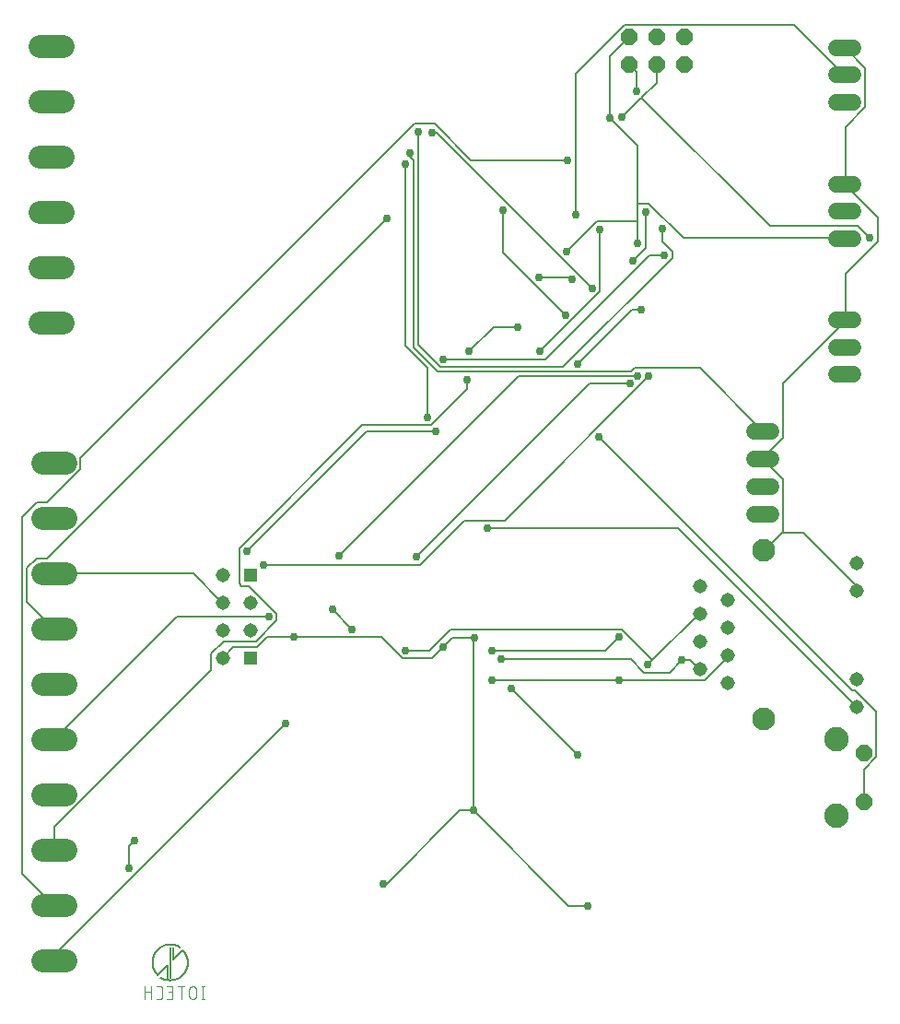
<source format=gbr>
G04 EAGLE Gerber RS-274X export*
G75*
%MOMM*%
%FSLAX34Y34*%
%LPD*%
%INBottom Copper*%
%IPPOS*%
%AMOC8*
5,1,8,0,0,1.08239X$1,22.5*%
G01*
%ADD10R,1.308000X1.308000*%
%ADD11C,1.308000*%
%ADD12C,2.095500*%
%ADD13C,2.100000*%
%ADD14C,1.524000*%
%ADD15C,0.127000*%
%ADD16C,0.101600*%
%ADD17P,1.649562X8X112.500000*%
%ADD18C,2.247900*%
%ADD19P,1.632244X8X22.500000*%
%ADD20C,0.203200*%
%ADD21C,0.756400*%


D10*
X251125Y418250D03*
X251125Y342050D03*
D11*
X251125Y392850D03*
X251125Y367450D03*
X225725Y367450D03*
X225725Y392850D03*
X225725Y418250D03*
X225725Y342050D03*
D12*
X78778Y904500D02*
X57823Y904500D01*
X57823Y853700D02*
X78778Y853700D01*
X78778Y650500D02*
X57823Y650500D01*
X57823Y802900D02*
X78778Y802900D01*
X78778Y752100D02*
X57823Y752100D01*
X57823Y701300D02*
X78778Y701300D01*
D13*
X722700Y285750D03*
X722700Y440650D03*
D11*
X808400Y429450D03*
X808400Y404050D03*
X808400Y322350D03*
X808400Y296950D03*
X664300Y407600D03*
X664300Y382200D03*
X664300Y356800D03*
X664300Y331400D03*
X689700Y395000D03*
X689700Y369600D03*
X689700Y344200D03*
X689700Y318800D03*
D14*
X714880Y550600D02*
X730120Y550600D01*
X730120Y525200D02*
X714880Y525200D01*
X714880Y499800D02*
X730120Y499800D01*
X730120Y474400D02*
X714880Y474400D01*
D15*
X177500Y76470D02*
X177500Y48530D01*
X174960Y48530D02*
X174960Y59960D01*
X166070Y51070D01*
X180040Y65040D02*
X188930Y73930D01*
X180040Y76470D02*
X180040Y65040D01*
X186390Y76471D02*
X186051Y76680D01*
X185707Y76881D01*
X185358Y77074D01*
X185005Y77258D01*
X184647Y77433D01*
X184285Y77600D01*
X183919Y77758D01*
X183549Y77907D01*
X183176Y78046D01*
X182799Y78177D01*
X182420Y78298D01*
X182037Y78411D01*
X181652Y78513D01*
X181265Y78607D01*
X180875Y78691D01*
X180484Y78765D01*
X180091Y78830D01*
X179696Y78885D01*
X179300Y78931D01*
X178903Y78967D01*
X178505Y78993D01*
X178107Y79010D01*
X177709Y79017D01*
X177310Y79014D01*
X176912Y79001D01*
X176514Y78979D01*
X176117Y78947D01*
X175720Y78906D01*
X175325Y78855D01*
X174931Y78794D01*
X174539Y78724D01*
X174149Y78644D01*
X173760Y78554D01*
X173374Y78455D01*
X172991Y78347D01*
X172610Y78230D01*
X172232Y78103D01*
X171857Y77967D01*
X171486Y77822D01*
X171118Y77668D01*
X170755Y77505D01*
X170395Y77333D01*
X170040Y77153D01*
X169689Y76964D01*
X169343Y76767D01*
X169001Y76561D01*
X168665Y76347D01*
X168335Y76124D01*
X168009Y75894D01*
X167690Y75656D01*
X167376Y75410D01*
X167068Y75157D01*
X166767Y74896D01*
X166472Y74628D01*
X166184Y74353D01*
X165902Y74071D01*
X165628Y73782D01*
X165360Y73486D01*
X165100Y73184D01*
X164847Y72876D01*
X164602Y72562D01*
X164365Y72242D01*
X164135Y71916D01*
X163914Y71585D01*
X163700Y71248D01*
X163495Y70907D01*
X163298Y70560D01*
X163110Y70209D01*
X162930Y69853D01*
X162759Y69493D01*
X162597Y69129D01*
X162444Y68761D01*
X162300Y68390D01*
X162165Y68015D01*
X162039Y67637D01*
X161922Y67256D01*
X161815Y66872D01*
X161717Y66485D01*
X161628Y66097D01*
X161549Y65706D01*
X161479Y65314D01*
X161420Y64920D01*
X161369Y64525D01*
X161328Y64128D01*
X161297Y63731D01*
X161276Y63333D01*
X161264Y62935D01*
X161262Y62536D01*
X161270Y62138D01*
X161288Y61739D01*
X161315Y61342D01*
X161352Y60945D01*
X161398Y60549D01*
X161454Y60155D01*
X161520Y59761D01*
X161595Y59370D01*
X161680Y58981D01*
X161774Y58593D01*
X161878Y58209D01*
X161991Y57826D01*
X162113Y57447D01*
X162244Y57071D01*
X162385Y56698D01*
X162535Y56329D01*
X162693Y55963D01*
X162861Y55601D01*
X163037Y55244D01*
X163222Y54891D01*
X163415Y54542D01*
X163617Y54199D01*
X163827Y53860D01*
X164045Y53527D01*
X164271Y53199D01*
X164506Y52876D01*
X164748Y52560D01*
X164997Y52249D01*
X165255Y51945D01*
X165519Y51646D01*
X165791Y51355D01*
X166070Y51070D01*
X168610Y48529D02*
X168949Y48320D01*
X169293Y48119D01*
X169642Y47926D01*
X169995Y47742D01*
X170353Y47567D01*
X170715Y47400D01*
X171081Y47242D01*
X171451Y47093D01*
X171824Y46954D01*
X172201Y46823D01*
X172580Y46702D01*
X172963Y46589D01*
X173348Y46487D01*
X173735Y46393D01*
X174125Y46309D01*
X174516Y46235D01*
X174909Y46170D01*
X175304Y46115D01*
X175700Y46069D01*
X176097Y46033D01*
X176495Y46007D01*
X176893Y45990D01*
X177291Y45983D01*
X177690Y45986D01*
X178088Y45999D01*
X178486Y46021D01*
X178883Y46053D01*
X179280Y46094D01*
X179675Y46145D01*
X180069Y46206D01*
X180461Y46276D01*
X180851Y46356D01*
X181240Y46446D01*
X181626Y46545D01*
X182009Y46653D01*
X182390Y46770D01*
X182768Y46897D01*
X183143Y47033D01*
X183514Y47178D01*
X183882Y47332D01*
X184245Y47495D01*
X184605Y47667D01*
X184960Y47847D01*
X185311Y48036D01*
X185657Y48233D01*
X185999Y48439D01*
X186335Y48653D01*
X186665Y48876D01*
X186991Y49106D01*
X187310Y49344D01*
X187624Y49590D01*
X187932Y49843D01*
X188233Y50104D01*
X188528Y50372D01*
X188816Y50647D01*
X189098Y50929D01*
X189372Y51218D01*
X189640Y51514D01*
X189900Y51816D01*
X190153Y52124D01*
X190398Y52438D01*
X190635Y52758D01*
X190865Y53084D01*
X191086Y53415D01*
X191300Y53752D01*
X191505Y54093D01*
X191702Y54440D01*
X191890Y54791D01*
X192070Y55147D01*
X192241Y55507D01*
X192403Y55871D01*
X192556Y56239D01*
X192700Y56610D01*
X192835Y56985D01*
X192961Y57363D01*
X193078Y57744D01*
X193185Y58128D01*
X193283Y58515D01*
X193372Y58903D01*
X193451Y59294D01*
X193521Y59686D01*
X193580Y60080D01*
X193631Y60475D01*
X193672Y60872D01*
X193703Y61269D01*
X193724Y61667D01*
X193736Y62065D01*
X193738Y62464D01*
X193730Y62862D01*
X193712Y63261D01*
X193685Y63658D01*
X193648Y64055D01*
X193602Y64451D01*
X193546Y64845D01*
X193480Y65239D01*
X193405Y65630D01*
X193320Y66019D01*
X193226Y66407D01*
X193122Y66791D01*
X193009Y67174D01*
X192887Y67553D01*
X192756Y67929D01*
X192615Y68302D01*
X192465Y68671D01*
X192307Y69037D01*
X192139Y69399D01*
X191963Y69756D01*
X191778Y70109D01*
X191585Y70458D01*
X191383Y70801D01*
X191173Y71140D01*
X190955Y71473D01*
X190729Y71801D01*
X190494Y72124D01*
X190252Y72440D01*
X190003Y72751D01*
X189745Y73055D01*
X189481Y73354D01*
X189209Y73645D01*
X188930Y73930D01*
D16*
X207444Y40402D02*
X207444Y28718D01*
X208742Y28718D02*
X206146Y28718D01*
X206146Y40402D02*
X208742Y40402D01*
X201545Y37156D02*
X201545Y31964D01*
X201546Y37156D02*
X201544Y37269D01*
X201538Y37382D01*
X201528Y37495D01*
X201514Y37608D01*
X201497Y37720D01*
X201475Y37831D01*
X201450Y37941D01*
X201420Y38051D01*
X201387Y38159D01*
X201350Y38266D01*
X201310Y38372D01*
X201265Y38476D01*
X201217Y38579D01*
X201166Y38680D01*
X201111Y38779D01*
X201053Y38876D01*
X200991Y38971D01*
X200926Y39064D01*
X200858Y39154D01*
X200787Y39242D01*
X200712Y39328D01*
X200635Y39411D01*
X200555Y39491D01*
X200472Y39568D01*
X200386Y39643D01*
X200298Y39714D01*
X200208Y39782D01*
X200115Y39847D01*
X200020Y39909D01*
X199923Y39967D01*
X199824Y40022D01*
X199723Y40073D01*
X199620Y40121D01*
X199516Y40166D01*
X199410Y40206D01*
X199303Y40243D01*
X199195Y40276D01*
X199085Y40306D01*
X198975Y40331D01*
X198864Y40353D01*
X198752Y40370D01*
X198639Y40384D01*
X198526Y40394D01*
X198413Y40400D01*
X198300Y40402D01*
X198187Y40400D01*
X198074Y40394D01*
X197961Y40384D01*
X197848Y40370D01*
X197736Y40353D01*
X197625Y40331D01*
X197515Y40306D01*
X197405Y40276D01*
X197297Y40243D01*
X197190Y40206D01*
X197084Y40166D01*
X196980Y40121D01*
X196877Y40073D01*
X196776Y40022D01*
X196677Y39967D01*
X196580Y39909D01*
X196485Y39847D01*
X196392Y39782D01*
X196302Y39714D01*
X196214Y39643D01*
X196128Y39568D01*
X196045Y39491D01*
X195965Y39411D01*
X195888Y39328D01*
X195813Y39242D01*
X195742Y39154D01*
X195674Y39064D01*
X195609Y38971D01*
X195547Y38876D01*
X195489Y38779D01*
X195434Y38680D01*
X195383Y38579D01*
X195335Y38476D01*
X195290Y38372D01*
X195250Y38266D01*
X195213Y38159D01*
X195180Y38051D01*
X195150Y37941D01*
X195125Y37831D01*
X195103Y37720D01*
X195086Y37608D01*
X195072Y37495D01*
X195062Y37382D01*
X195056Y37269D01*
X195054Y37156D01*
X195054Y31964D01*
X195056Y31851D01*
X195062Y31738D01*
X195072Y31625D01*
X195086Y31512D01*
X195103Y31400D01*
X195125Y31289D01*
X195150Y31179D01*
X195180Y31069D01*
X195213Y30961D01*
X195250Y30854D01*
X195290Y30748D01*
X195335Y30644D01*
X195383Y30541D01*
X195434Y30440D01*
X195489Y30341D01*
X195547Y30244D01*
X195609Y30149D01*
X195674Y30056D01*
X195742Y29966D01*
X195813Y29878D01*
X195888Y29792D01*
X195965Y29709D01*
X196045Y29629D01*
X196128Y29552D01*
X196214Y29477D01*
X196302Y29406D01*
X196392Y29338D01*
X196485Y29273D01*
X196580Y29211D01*
X196677Y29153D01*
X196776Y29098D01*
X196877Y29047D01*
X196980Y28999D01*
X197084Y28954D01*
X197190Y28914D01*
X197297Y28877D01*
X197405Y28844D01*
X197515Y28814D01*
X197625Y28789D01*
X197736Y28767D01*
X197848Y28750D01*
X197961Y28736D01*
X198074Y28726D01*
X198187Y28720D01*
X198300Y28718D01*
X198413Y28720D01*
X198526Y28726D01*
X198639Y28736D01*
X198752Y28750D01*
X198864Y28767D01*
X198975Y28789D01*
X199085Y28814D01*
X199195Y28844D01*
X199303Y28877D01*
X199410Y28914D01*
X199516Y28954D01*
X199620Y28999D01*
X199723Y29047D01*
X199824Y29098D01*
X199923Y29153D01*
X200020Y29211D01*
X200115Y29273D01*
X200208Y29338D01*
X200298Y29406D01*
X200386Y29477D01*
X200472Y29552D01*
X200555Y29629D01*
X200635Y29709D01*
X200712Y29792D01*
X200787Y29878D01*
X200858Y29966D01*
X200926Y30056D01*
X200991Y30149D01*
X201053Y30244D01*
X201111Y30341D01*
X201166Y30440D01*
X201217Y30541D01*
X201265Y30644D01*
X201310Y30748D01*
X201350Y30854D01*
X201387Y30961D01*
X201420Y31069D01*
X201450Y31179D01*
X201475Y31289D01*
X201497Y31400D01*
X201514Y31512D01*
X201528Y31625D01*
X201538Y31738D01*
X201544Y31851D01*
X201546Y31964D01*
X187632Y28718D02*
X187632Y40402D01*
X190877Y40402D02*
X184386Y40402D01*
X179806Y28718D02*
X174613Y28718D01*
X179806Y28718D02*
X179806Y40402D01*
X174613Y40402D01*
X175911Y35209D02*
X179806Y35209D01*
X167740Y28718D02*
X165144Y28718D01*
X167740Y28718D02*
X167839Y28720D01*
X167939Y28726D01*
X168038Y28735D01*
X168136Y28748D01*
X168234Y28765D01*
X168332Y28786D01*
X168428Y28811D01*
X168523Y28839D01*
X168617Y28871D01*
X168710Y28906D01*
X168802Y28945D01*
X168892Y28988D01*
X168980Y29033D01*
X169067Y29083D01*
X169151Y29135D01*
X169234Y29191D01*
X169314Y29249D01*
X169392Y29311D01*
X169467Y29376D01*
X169540Y29444D01*
X169610Y29514D01*
X169678Y29587D01*
X169743Y29662D01*
X169805Y29740D01*
X169863Y29820D01*
X169919Y29903D01*
X169971Y29987D01*
X170021Y30074D01*
X170066Y30162D01*
X170109Y30252D01*
X170148Y30344D01*
X170183Y30437D01*
X170215Y30531D01*
X170243Y30626D01*
X170268Y30722D01*
X170289Y30820D01*
X170306Y30918D01*
X170319Y31016D01*
X170328Y31115D01*
X170334Y31215D01*
X170336Y31314D01*
X170337Y31314D02*
X170337Y37806D01*
X170336Y37806D02*
X170334Y37905D01*
X170328Y38005D01*
X170319Y38104D01*
X170306Y38202D01*
X170289Y38300D01*
X170268Y38398D01*
X170243Y38494D01*
X170215Y38589D01*
X170183Y38683D01*
X170148Y38776D01*
X170109Y38868D01*
X170066Y38958D01*
X170021Y39046D01*
X169971Y39133D01*
X169919Y39217D01*
X169863Y39300D01*
X169805Y39380D01*
X169743Y39458D01*
X169678Y39533D01*
X169610Y39606D01*
X169540Y39676D01*
X169467Y39744D01*
X169392Y39809D01*
X169314Y39871D01*
X169234Y39929D01*
X169151Y39985D01*
X169067Y40037D01*
X168980Y40087D01*
X168892Y40132D01*
X168802Y40175D01*
X168710Y40214D01*
X168617Y40249D01*
X168523Y40281D01*
X168428Y40309D01*
X168332Y40334D01*
X168234Y40355D01*
X168136Y40372D01*
X168038Y40385D01*
X167939Y40394D01*
X167839Y40400D01*
X167740Y40402D01*
X165144Y40402D01*
X160397Y40402D02*
X160397Y28718D01*
X160397Y35209D02*
X153906Y35209D01*
X153906Y40402D02*
X153906Y28718D01*
D17*
X814946Y209894D03*
X814946Y255106D03*
D18*
X790054Y197448D03*
X790054Y267552D03*
D14*
X789880Y652500D02*
X805120Y652500D01*
X805120Y627500D02*
X789880Y627500D01*
X789880Y602500D02*
X805120Y602500D01*
X805120Y777500D02*
X789880Y777500D01*
X789880Y752500D02*
X805120Y752500D01*
X805120Y727500D02*
X789880Y727500D01*
X789880Y902500D02*
X805120Y902500D01*
X805120Y877500D02*
X789880Y877500D01*
X789880Y852500D02*
X805120Y852500D01*
D12*
X81278Y521100D02*
X60323Y521100D01*
X60323Y470300D02*
X81278Y470300D01*
X81278Y63900D02*
X60323Y63900D01*
X60323Y419500D02*
X81278Y419500D01*
X81278Y368700D02*
X60323Y368700D01*
X60323Y114700D02*
X81278Y114700D01*
X81278Y317900D02*
X60323Y317900D01*
X60323Y267100D02*
X81278Y267100D01*
X81278Y165500D02*
X60323Y165500D01*
X60323Y216300D02*
X81278Y216300D01*
D19*
X599600Y887300D03*
X599600Y912700D03*
X625000Y887300D03*
X625000Y912700D03*
X650400Y887300D03*
X650400Y912700D03*
D20*
X139809Y169403D02*
X139809Y148993D01*
X139809Y169403D02*
X144911Y174506D01*
X798031Y653120D02*
X798031Y694961D01*
X827626Y724555D01*
X827626Y747006D01*
X798031Y776601D01*
X798031Y653120D02*
X797500Y652500D01*
X798031Y776601D02*
X797500Y777500D01*
X798031Y777621D02*
X798031Y829667D01*
X816400Y848036D01*
X816400Y883753D01*
X798031Y902122D01*
X798031Y777621D02*
X797500Y777500D01*
X798031Y902122D02*
X797500Y902500D01*
X722514Y524537D02*
X740883Y506168D01*
X740883Y458205D01*
X740373Y457694D02*
X723535Y440856D01*
X740373Y457694D02*
X740883Y458205D01*
X722514Y524537D02*
X722500Y525200D01*
X723535Y440856D02*
X722700Y440650D01*
X740883Y457184D02*
X759252Y457184D01*
X808236Y408200D01*
X808236Y404118D01*
X740883Y457184D02*
X740373Y457694D01*
X808236Y404118D02*
X808400Y404050D01*
X797011Y650059D02*
X797011Y652100D01*
X797011Y650059D02*
X740883Y593931D01*
X740883Y543927D01*
X722514Y525558D01*
X797011Y652100D02*
X797500Y652500D01*
X722514Y525558D02*
X722500Y525200D01*
D21*
X139809Y148993D03*
X144911Y174506D03*
D20*
X606177Y862323D02*
X606177Y880692D01*
X600054Y886815D01*
X599600Y887300D01*
X483717Y714350D02*
X540865Y657202D01*
X483717Y714350D02*
X483717Y753129D01*
D21*
X606177Y862323D03*
X540865Y657202D03*
X483717Y753129D03*
D20*
X376565Y745986D02*
X64292Y433713D01*
X55107Y433713D01*
X45923Y424528D01*
X45923Y393913D01*
X70415Y369421D01*
X70800Y368700D01*
D21*
X376565Y745986D03*
D20*
X563316Y593931D02*
X600054Y593931D01*
X563316Y593931D02*
X404118Y434733D01*
D21*
X600054Y593931D03*
X404118Y434733D03*
D20*
X602095Y662305D02*
X610259Y662305D01*
X602095Y662305D02*
X552091Y612300D01*
X421467Y550050D02*
X358196Y550050D01*
X247982Y439836D01*
D21*
X610259Y662305D03*
X552091Y612300D03*
X421467Y550050D03*
X247982Y439836D03*
D20*
X484738Y468410D02*
X617403Y601075D01*
X484738Y468410D02*
X448000Y468410D01*
X407180Y427590D01*
X263289Y427590D01*
D21*
X617403Y601075D03*
X263289Y427590D03*
D20*
X618423Y712309D02*
X631690Y712309D01*
X618423Y712309D02*
X522496Y616382D01*
X428610Y616382D01*
D21*
X631690Y712309D03*
X428610Y616382D03*
D20*
X550050Y749047D02*
X550050Y878651D01*
X594952Y923553D01*
X751088Y923553D01*
X797011Y877630D01*
X797500Y877500D01*
D21*
X550050Y749047D03*
D20*
X610769Y856710D02*
X624546Y870487D01*
X610769Y856710D02*
X592911Y838851D01*
X624546Y870487D02*
X624546Y886815D01*
X625000Y887300D01*
X490861Y314314D02*
X552091Y253084D01*
X728637Y738842D02*
X610769Y856710D01*
X728637Y738842D02*
X809257Y738842D01*
X820482Y727617D01*
D21*
X592911Y838851D03*
X552091Y253084D03*
X490861Y314314D03*
X820482Y727617D03*
D20*
X414323Y608218D02*
X414323Y563316D01*
X414323Y608218D02*
X393913Y628628D01*
X393913Y795990D01*
D21*
X414323Y563316D03*
X393913Y795990D03*
D20*
X326560Y386770D02*
X344929Y368401D01*
X614341Y718432D02*
X614341Y752109D01*
X614341Y718432D02*
X603116Y707207D01*
X607198Y601075D02*
X498004Y601075D01*
X332683Y435754D01*
D21*
X326560Y386770D03*
X344929Y368401D03*
X614341Y752109D03*
X603116Y707207D03*
X607198Y601075D03*
X332683Y435754D03*
D20*
X629649Y724555D02*
X629649Y736801D01*
X629649Y724555D02*
X638833Y715371D01*
X638833Y709248D01*
X538824Y609239D01*
X425549Y609239D01*
X405139Y629649D01*
X405139Y825585D01*
D21*
X629649Y736801D03*
X405139Y825585D03*
D20*
X474533Y645977D02*
X496984Y645977D01*
X474533Y645977D02*
X452082Y623526D01*
X268392Y379626D02*
X183690Y379626D01*
X71435Y267371D01*
X70800Y267100D01*
D21*
X496984Y645977D03*
X452082Y623526D03*
X268392Y379626D03*
D20*
X581685Y837831D02*
X581685Y894979D01*
X599034Y912327D01*
X599600Y912700D01*
X607198Y812318D02*
X607198Y759252D01*
X607198Y742924D01*
X607198Y722514D01*
X607198Y812318D02*
X581685Y837831D01*
X569439Y742924D02*
X541886Y715371D01*
X569439Y742924D02*
X607198Y742924D01*
X649038Y727617D02*
X797011Y727617D01*
X649038Y727617D02*
X617403Y759252D01*
X607198Y759252D01*
X797011Y727617D02*
X797500Y727500D01*
X290843Y361257D02*
X266351Y361257D01*
X257166Y352073D01*
X235736Y352073D01*
X226551Y342888D01*
X225725Y342050D01*
X198998Y419426D02*
X71435Y419426D01*
X198998Y419426D02*
X225531Y392893D01*
X71435Y419426D02*
X70800Y419500D01*
X225531Y392893D02*
X225725Y392850D01*
X436774Y360237D02*
X456164Y360237D01*
X436774Y360237D02*
X428610Y352073D01*
X456164Y360237D02*
X456164Y202059D01*
X456164Y360237D02*
X457184Y360237D01*
X376565Y134706D02*
X373503Y134706D01*
X376565Y134706D02*
X443918Y202059D01*
X456164Y202059D01*
X543927Y114296D02*
X561275Y114296D01*
X543927Y114296D02*
X456164Y202059D01*
X371462Y361257D02*
X290843Y361257D01*
X371462Y361257D02*
X390852Y341868D01*
X418405Y341868D01*
X428610Y352073D01*
D21*
X581685Y837831D03*
X607198Y722514D03*
X541886Y715371D03*
X290843Y361257D03*
X457184Y360237D03*
X428610Y352073D03*
X456164Y202059D03*
X373503Y134706D03*
X561275Y114296D03*
D20*
X643936Y461266D02*
X469430Y461266D01*
X643936Y461266D02*
X808236Y296966D01*
X808400Y296950D01*
D21*
X469430Y461266D03*
D20*
X473512Y349011D02*
X577603Y349011D01*
X589849Y361257D01*
D21*
X473512Y349011D03*
X589849Y361257D03*
D20*
X648018Y339827D02*
X655161Y339827D01*
X663325Y331663D01*
X664300Y331400D01*
X601075Y340847D02*
X481676Y340847D01*
X601075Y340847D02*
X613321Y328601D01*
X636792Y328601D01*
X648018Y339827D01*
D21*
X648018Y339827D03*
X481676Y340847D03*
D20*
X620974Y340337D02*
X663325Y382688D01*
X620974Y340337D02*
X616382Y335745D01*
X663325Y382688D02*
X664300Y382200D01*
X415344Y349011D02*
X393913Y349011D01*
X415344Y349011D02*
X434733Y368401D01*
X592911Y368401D01*
X620974Y340337D01*
D21*
X616382Y335745D03*
X393913Y349011D03*
D20*
X589849Y321458D02*
X668428Y321458D01*
X688838Y341868D01*
X688838Y343909D01*
X689700Y344200D01*
X589849Y321458D02*
X473512Y321458D01*
D21*
X589849Y321458D03*
X473512Y321458D03*
D20*
X565357Y681694D02*
X422487Y824564D01*
X418405Y824564D01*
X815380Y239818D02*
X815380Y210223D01*
X815380Y239818D02*
X826605Y251043D01*
X826605Y292884D01*
X807216Y312273D01*
X804154Y312273D01*
X571480Y544947D01*
X815380Y210223D02*
X814946Y209894D01*
D21*
X565357Y681694D03*
X418405Y824564D03*
X571480Y544947D03*
D20*
X71435Y186752D02*
X71435Y166342D01*
X71435Y186752D02*
X215326Y330642D01*
X215326Y345950D01*
X226551Y357175D01*
X256146Y357175D01*
X275535Y376565D01*
X275535Y382688D01*
X250023Y408200D01*
X242879Y408200D01*
X240838Y410241D01*
X240838Y442897D01*
X354114Y556173D01*
X417385Y556173D01*
X450041Y588829D01*
X450041Y598013D01*
X71435Y166342D02*
X70800Y165500D01*
D21*
X450041Y598013D03*
D20*
X516373Y691899D02*
X544947Y691899D01*
X546988Y689858D01*
D21*
X516373Y691899D03*
X546988Y689858D03*
D20*
X397995Y802113D02*
X397995Y806195D01*
X397995Y802113D02*
X401057Y799052D01*
X401057Y627608D01*
X423508Y605157D01*
X601075Y605157D01*
X604136Y608218D01*
X664346Y608218D01*
X721494Y551070D01*
X722500Y550600D01*
D21*
X397995Y806195D03*
D20*
X454123Y799052D02*
X542906Y799052D01*
X454123Y799052D02*
X420446Y832728D01*
X402077Y832728D01*
X94907Y525558D01*
X94907Y515353D01*
X64292Y484738D01*
X55107Y484738D01*
X41841Y471471D01*
X41841Y143891D01*
X70415Y115317D01*
X70800Y114700D01*
D21*
X542906Y799052D03*
D20*
X572501Y735781D02*
X572501Y678633D01*
X517394Y623526D01*
X283699Y281658D02*
X71435Y69394D01*
X71435Y64292D01*
X70800Y63900D01*
D21*
X572501Y735781D03*
X517394Y623526D03*
X283699Y281658D03*
M02*

</source>
